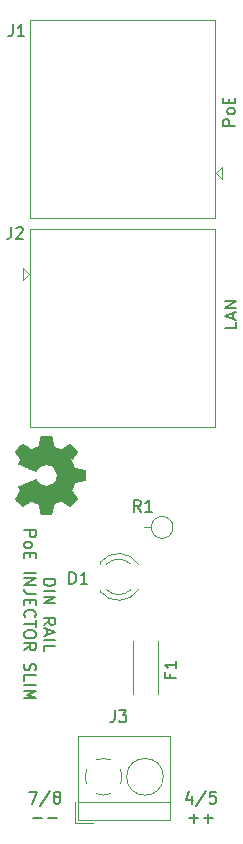
<source format=gbr>
G04 #@! TF.GenerationSoftware,KiCad,Pcbnew,5.1.5+dfsg1-2build2*
G04 #@! TF.CreationDate,2021-07-28T21:36:02-05:00*
G04 #@! TF.ProjectId,DIN_RAIL_POE_INJECTOR_SLIM,44494e5f-5241-4494-9c5f-504f455f494e,rev?*
G04 #@! TF.SameCoordinates,Original*
G04 #@! TF.FileFunction,Legend,Top*
G04 #@! TF.FilePolarity,Positive*
%FSLAX46Y46*%
G04 Gerber Fmt 4.6, Leading zero omitted, Abs format (unit mm)*
G04 Created by KiCad (PCBNEW 5.1.5+dfsg1-2build2) date 2021-07-28 21:36:02*
%MOMM*%
%LPD*%
G04 APERTURE LIST*
%ADD10C,0.150000*%
%ADD11C,0.010000*%
%ADD12C,0.120000*%
G04 APERTURE END LIST*
D10*
X112259619Y-148915809D02*
X113259619Y-148915809D01*
X113259619Y-149153904D01*
X113212000Y-149296761D01*
X113116761Y-149392000D01*
X113021523Y-149439619D01*
X112831047Y-149487238D01*
X112688190Y-149487238D01*
X112497714Y-149439619D01*
X112402476Y-149392000D01*
X112307238Y-149296761D01*
X112259619Y-149153904D01*
X112259619Y-148915809D01*
X112259619Y-149915809D02*
X113259619Y-149915809D01*
X112259619Y-150392000D02*
X113259619Y-150392000D01*
X112259619Y-150963428D01*
X113259619Y-150963428D01*
X112259619Y-152772952D02*
X112735809Y-152439619D01*
X112259619Y-152201523D02*
X113259619Y-152201523D01*
X113259619Y-152582476D01*
X113212000Y-152677714D01*
X113164380Y-152725333D01*
X113069142Y-152772952D01*
X112926285Y-152772952D01*
X112831047Y-152725333D01*
X112783428Y-152677714D01*
X112735809Y-152582476D01*
X112735809Y-152201523D01*
X112545333Y-153153904D02*
X112545333Y-153630095D01*
X112259619Y-153058666D02*
X113259619Y-153392000D01*
X112259619Y-153725333D01*
X112259619Y-154058666D02*
X113259619Y-154058666D01*
X112259619Y-155011047D02*
X112259619Y-154534857D01*
X113259619Y-154534857D01*
X110609619Y-144772952D02*
X111609619Y-144772952D01*
X111609619Y-145153904D01*
X111562000Y-145249142D01*
X111514380Y-145296761D01*
X111419142Y-145344380D01*
X111276285Y-145344380D01*
X111181047Y-145296761D01*
X111133428Y-145249142D01*
X111085809Y-145153904D01*
X111085809Y-144772952D01*
X110609619Y-145915809D02*
X110657238Y-145820571D01*
X110704857Y-145772952D01*
X110800095Y-145725333D01*
X111085809Y-145725333D01*
X111181047Y-145772952D01*
X111228666Y-145820571D01*
X111276285Y-145915809D01*
X111276285Y-146058666D01*
X111228666Y-146153904D01*
X111181047Y-146201523D01*
X111085809Y-146249142D01*
X110800095Y-146249142D01*
X110704857Y-146201523D01*
X110657238Y-146153904D01*
X110609619Y-146058666D01*
X110609619Y-145915809D01*
X111133428Y-146677714D02*
X111133428Y-147011047D01*
X110609619Y-147153904D02*
X110609619Y-146677714D01*
X111609619Y-146677714D01*
X111609619Y-147153904D01*
X110609619Y-148344380D02*
X111609619Y-148344380D01*
X110609619Y-148820571D02*
X111609619Y-148820571D01*
X110609619Y-149392000D01*
X111609619Y-149392000D01*
X111609619Y-150153904D02*
X110895333Y-150153904D01*
X110752476Y-150106285D01*
X110657238Y-150011047D01*
X110609619Y-149868190D01*
X110609619Y-149772952D01*
X111133428Y-150630095D02*
X111133428Y-150963428D01*
X110609619Y-151106285D02*
X110609619Y-150630095D01*
X111609619Y-150630095D01*
X111609619Y-151106285D01*
X110704857Y-152106285D02*
X110657238Y-152058666D01*
X110609619Y-151915809D01*
X110609619Y-151820571D01*
X110657238Y-151677714D01*
X110752476Y-151582476D01*
X110847714Y-151534857D01*
X111038190Y-151487238D01*
X111181047Y-151487238D01*
X111371523Y-151534857D01*
X111466761Y-151582476D01*
X111562000Y-151677714D01*
X111609619Y-151820571D01*
X111609619Y-151915809D01*
X111562000Y-152058666D01*
X111514380Y-152106285D01*
X111609619Y-152392000D02*
X111609619Y-152963428D01*
X110609619Y-152677714D02*
X111609619Y-152677714D01*
X111609619Y-153487238D02*
X111609619Y-153677714D01*
X111562000Y-153772952D01*
X111466761Y-153868190D01*
X111276285Y-153915809D01*
X110942952Y-153915809D01*
X110752476Y-153868190D01*
X110657238Y-153772952D01*
X110609619Y-153677714D01*
X110609619Y-153487238D01*
X110657238Y-153392000D01*
X110752476Y-153296761D01*
X110942952Y-153249142D01*
X111276285Y-153249142D01*
X111466761Y-153296761D01*
X111562000Y-153392000D01*
X111609619Y-153487238D01*
X110609619Y-154915809D02*
X111085809Y-154582476D01*
X110609619Y-154344380D02*
X111609619Y-154344380D01*
X111609619Y-154725333D01*
X111562000Y-154820571D01*
X111514380Y-154868190D01*
X111419142Y-154915809D01*
X111276285Y-154915809D01*
X111181047Y-154868190D01*
X111133428Y-154820571D01*
X111085809Y-154725333D01*
X111085809Y-154344380D01*
X110657238Y-156058666D02*
X110609619Y-156201523D01*
X110609619Y-156439619D01*
X110657238Y-156534857D01*
X110704857Y-156582476D01*
X110800095Y-156630095D01*
X110895333Y-156630095D01*
X110990571Y-156582476D01*
X111038190Y-156534857D01*
X111085809Y-156439619D01*
X111133428Y-156249142D01*
X111181047Y-156153904D01*
X111228666Y-156106285D01*
X111323904Y-156058666D01*
X111419142Y-156058666D01*
X111514380Y-156106285D01*
X111562000Y-156153904D01*
X111609619Y-156249142D01*
X111609619Y-156487238D01*
X111562000Y-156630095D01*
X110609619Y-157534857D02*
X110609619Y-157058666D01*
X111609619Y-157058666D01*
X110609619Y-157868190D02*
X111609619Y-157868190D01*
X110609619Y-158344380D02*
X111609619Y-158344380D01*
X110895333Y-158677714D01*
X111609619Y-159011047D01*
X110609619Y-159011047D01*
X124793476Y-167235714D02*
X124793476Y-167902380D01*
X124555380Y-166854761D02*
X124317285Y-167569047D01*
X124936333Y-167569047D01*
X126031571Y-166854761D02*
X125174428Y-168140476D01*
X126841095Y-166902380D02*
X126364904Y-166902380D01*
X126317285Y-167378571D01*
X126364904Y-167330952D01*
X126460142Y-167283333D01*
X126698238Y-167283333D01*
X126793476Y-167330952D01*
X126841095Y-167378571D01*
X126888714Y-167473809D01*
X126888714Y-167711904D01*
X126841095Y-167807142D01*
X126793476Y-167854761D01*
X126698238Y-167902380D01*
X126460142Y-167902380D01*
X126364904Y-167854761D01*
X126317285Y-167807142D01*
X124603000Y-169171428D02*
X125364904Y-169171428D01*
X124983952Y-169552380D02*
X124983952Y-168790476D01*
X125841095Y-169171428D02*
X126603000Y-169171428D01*
X126222047Y-169552380D02*
X126222047Y-168790476D01*
X128468380Y-110513666D02*
X127468380Y-110513666D01*
X127468380Y-110132714D01*
X127516000Y-110037476D01*
X127563619Y-109989857D01*
X127658857Y-109942238D01*
X127801714Y-109942238D01*
X127896952Y-109989857D01*
X127944571Y-110037476D01*
X127992190Y-110132714D01*
X127992190Y-110513666D01*
X128468380Y-109370809D02*
X128420761Y-109466047D01*
X128373142Y-109513666D01*
X128277904Y-109561285D01*
X127992190Y-109561285D01*
X127896952Y-109513666D01*
X127849333Y-109466047D01*
X127801714Y-109370809D01*
X127801714Y-109227952D01*
X127849333Y-109132714D01*
X127896952Y-109085095D01*
X127992190Y-109037476D01*
X128277904Y-109037476D01*
X128373142Y-109085095D01*
X128420761Y-109132714D01*
X128468380Y-109227952D01*
X128468380Y-109370809D01*
X127944571Y-108608904D02*
X127944571Y-108275571D01*
X128468380Y-108132714D02*
X128468380Y-108608904D01*
X127468380Y-108608904D01*
X127468380Y-108132714D01*
X128595380Y-127134857D02*
X128595380Y-127611047D01*
X127595380Y-127611047D01*
X128309666Y-126849142D02*
X128309666Y-126372952D01*
X128595380Y-126944380D02*
X127595380Y-126611047D01*
X128595380Y-126277714D01*
X128595380Y-125944380D02*
X127595380Y-125944380D01*
X128595380Y-125372952D01*
X127595380Y-125372952D01*
X111061666Y-166902380D02*
X111728333Y-166902380D01*
X111299761Y-167902380D01*
X112823571Y-166854761D02*
X111966428Y-168140476D01*
X113299761Y-167330952D02*
X113204523Y-167283333D01*
X113156904Y-167235714D01*
X113109285Y-167140476D01*
X113109285Y-167092857D01*
X113156904Y-166997619D01*
X113204523Y-166950000D01*
X113299761Y-166902380D01*
X113490238Y-166902380D01*
X113585476Y-166950000D01*
X113633095Y-166997619D01*
X113680714Y-167092857D01*
X113680714Y-167140476D01*
X113633095Y-167235714D01*
X113585476Y-167283333D01*
X113490238Y-167330952D01*
X113299761Y-167330952D01*
X113204523Y-167378571D01*
X113156904Y-167426190D01*
X113109285Y-167521428D01*
X113109285Y-167711904D01*
X113156904Y-167807142D01*
X113204523Y-167854761D01*
X113299761Y-167902380D01*
X113490238Y-167902380D01*
X113585476Y-167854761D01*
X113633095Y-167807142D01*
X113680714Y-167711904D01*
X113680714Y-167521428D01*
X113633095Y-167426190D01*
X113585476Y-167378571D01*
X113490238Y-167330952D01*
X111395000Y-169171428D02*
X112156904Y-169171428D01*
X112633095Y-169171428D02*
X113395000Y-169171428D01*
D11*
G36*
X115307069Y-140636814D02*
G01*
X114862445Y-140720635D01*
X114734947Y-141029920D01*
X114607449Y-141339206D01*
X114859754Y-141710246D01*
X114930004Y-141814157D01*
X114992728Y-141908087D01*
X115045062Y-141987652D01*
X115084143Y-142048470D01*
X115107107Y-142086157D01*
X115112058Y-142096421D01*
X115099324Y-142114910D01*
X115064118Y-142154420D01*
X115010938Y-142210522D01*
X114944282Y-142278787D01*
X114868646Y-142354786D01*
X114788528Y-142434092D01*
X114708426Y-142512275D01*
X114632836Y-142584907D01*
X114566255Y-142647559D01*
X114513182Y-142695803D01*
X114478113Y-142725210D01*
X114466377Y-142732241D01*
X114444740Y-142722123D01*
X114397338Y-142693759D01*
X114328807Y-142650129D01*
X114243785Y-142594218D01*
X114146907Y-142529006D01*
X114091650Y-142491219D01*
X113990752Y-142422343D01*
X113899701Y-142361140D01*
X113823030Y-142310578D01*
X113765272Y-142273628D01*
X113730957Y-142253258D01*
X113723746Y-142250197D01*
X113703252Y-142257136D01*
X113655487Y-142276051D01*
X113587168Y-142304087D01*
X113505011Y-142338391D01*
X113415730Y-142376109D01*
X113326042Y-142414387D01*
X113242662Y-142450370D01*
X113172306Y-142481206D01*
X113121690Y-142504039D01*
X113097529Y-142516017D01*
X113096578Y-142516724D01*
X113091964Y-142535531D01*
X113081672Y-142585618D01*
X113066713Y-142661793D01*
X113048099Y-142758865D01*
X113026841Y-142871643D01*
X113014582Y-142937442D01*
X112991638Y-143057950D01*
X112969805Y-143166797D01*
X112950278Y-143258476D01*
X112934252Y-143327481D01*
X112922921Y-143368304D01*
X112919326Y-143376511D01*
X112894994Y-143384548D01*
X112840041Y-143391033D01*
X112760892Y-143395970D01*
X112663974Y-143399364D01*
X112555713Y-143401218D01*
X112442535Y-143401538D01*
X112330865Y-143400327D01*
X112227132Y-143397590D01*
X112137759Y-143393331D01*
X112069174Y-143387555D01*
X112027803Y-143380267D01*
X112019190Y-143375895D01*
X112008867Y-143349764D01*
X111994108Y-143294393D01*
X111976648Y-143217107D01*
X111958220Y-143125230D01*
X111952259Y-143093158D01*
X111923934Y-142938524D01*
X111901124Y-142816375D01*
X111882920Y-142722673D01*
X111868417Y-142653384D01*
X111856708Y-142604471D01*
X111846885Y-142571897D01*
X111838044Y-142551628D01*
X111829276Y-142539626D01*
X111827543Y-142537947D01*
X111799629Y-142521184D01*
X111745305Y-142495614D01*
X111671223Y-142463788D01*
X111584035Y-142428260D01*
X111490392Y-142391583D01*
X111396948Y-142356311D01*
X111310353Y-142324996D01*
X111237260Y-142300193D01*
X111184322Y-142284454D01*
X111158189Y-142280332D01*
X111157274Y-142280676D01*
X111135914Y-142294641D01*
X111088916Y-142326322D01*
X111021173Y-142372391D01*
X110937577Y-142429518D01*
X110843018Y-142494373D01*
X110816146Y-142512843D01*
X110718725Y-142578699D01*
X110629837Y-142636650D01*
X110554588Y-142683538D01*
X110498080Y-142716207D01*
X110465419Y-142731500D01*
X110461407Y-142732241D01*
X110440316Y-142719392D01*
X110398536Y-142683888D01*
X110340555Y-142630293D01*
X110270865Y-142563171D01*
X110193955Y-142487087D01*
X110114317Y-142406604D01*
X110036439Y-142326287D01*
X109964814Y-142250699D01*
X109903930Y-142184405D01*
X109858279Y-142131969D01*
X109832350Y-142097955D01*
X109828117Y-142088545D01*
X109838088Y-142066643D01*
X109864980Y-142021800D01*
X109904264Y-141961321D01*
X109935883Y-141914789D01*
X109993902Y-141830475D01*
X110062216Y-141730626D01*
X110130421Y-141630473D01*
X110166925Y-141576627D01*
X110290200Y-141394371D01*
X110207480Y-141241381D01*
X110171241Y-141171682D01*
X110143074Y-141112414D01*
X110127009Y-141072311D01*
X110124774Y-141062103D01*
X110141278Y-141049829D01*
X110187918Y-141025613D01*
X110260391Y-140991263D01*
X110354394Y-140948588D01*
X110465626Y-140899394D01*
X110589785Y-140845490D01*
X110722568Y-140788684D01*
X110859673Y-140730782D01*
X110996798Y-140673593D01*
X111129642Y-140618924D01*
X111253902Y-140568584D01*
X111365275Y-140524380D01*
X111459461Y-140488119D01*
X111532156Y-140461609D01*
X111579059Y-140446658D01*
X111595167Y-140444254D01*
X111615714Y-140463311D01*
X111649067Y-140505036D01*
X111688298Y-140560706D01*
X111691401Y-140565378D01*
X111806577Y-140709264D01*
X111940947Y-140825283D01*
X112090216Y-140912430D01*
X112250087Y-140969699D01*
X112416263Y-140996086D01*
X112584448Y-140990585D01*
X112750345Y-140952190D01*
X112909658Y-140879895D01*
X112944513Y-140858626D01*
X113085263Y-140747996D01*
X113198286Y-140617302D01*
X113282997Y-140471064D01*
X113338806Y-140313808D01*
X113365126Y-140150057D01*
X113361370Y-139984333D01*
X113326950Y-139821162D01*
X113261277Y-139665065D01*
X113163765Y-139520567D01*
X113124187Y-139475869D01*
X113000297Y-139362112D01*
X112869876Y-139279218D01*
X112723685Y-139222356D01*
X112578912Y-139190687D01*
X112416140Y-139182869D01*
X112252560Y-139208938D01*
X112093702Y-139266245D01*
X111945094Y-139352144D01*
X111812265Y-139463986D01*
X111700744Y-139599123D01*
X111688989Y-139616883D01*
X111650492Y-139673150D01*
X111617137Y-139715923D01*
X111595840Y-139736372D01*
X111595167Y-139736669D01*
X111572129Y-139732279D01*
X111519843Y-139714876D01*
X111442610Y-139686268D01*
X111344732Y-139648265D01*
X111230509Y-139602674D01*
X111104242Y-139551303D01*
X110970233Y-139495962D01*
X110832782Y-139438458D01*
X110696192Y-139380601D01*
X110564763Y-139324198D01*
X110442795Y-139271058D01*
X110334591Y-139222990D01*
X110244451Y-139181801D01*
X110176677Y-139149301D01*
X110135570Y-139127297D01*
X110124774Y-139118436D01*
X110133181Y-139091360D01*
X110155728Y-139040697D01*
X110188387Y-138975183D01*
X110207480Y-138939159D01*
X110290200Y-138786168D01*
X110166925Y-138603912D01*
X110103772Y-138510875D01*
X110034273Y-138409015D01*
X109968835Y-138313562D01*
X109935883Y-138265750D01*
X109890727Y-138198505D01*
X109854943Y-138141564D01*
X109833062Y-138102354D01*
X109828437Y-138089619D01*
X109840915Y-138071083D01*
X109875748Y-138030059D01*
X109929322Y-137970525D01*
X109998017Y-137896458D01*
X110078219Y-137811835D01*
X110129714Y-137758315D01*
X110221714Y-137664681D01*
X110304001Y-137583759D01*
X110373055Y-137518823D01*
X110425356Y-137473142D01*
X110457384Y-137449989D01*
X110463884Y-137447768D01*
X110488606Y-137458076D01*
X110538595Y-137486561D01*
X110608788Y-137530063D01*
X110694125Y-137585423D01*
X110789544Y-137649480D01*
X110816146Y-137667697D01*
X110912833Y-137734073D01*
X110999883Y-137793622D01*
X111072405Y-137843016D01*
X111125507Y-137878925D01*
X111154297Y-137898019D01*
X111157274Y-137899864D01*
X111180218Y-137897105D01*
X111230664Y-137882462D01*
X111301959Y-137858487D01*
X111387453Y-137827734D01*
X111480493Y-137792756D01*
X111574426Y-137756107D01*
X111662601Y-137720339D01*
X111738366Y-137688006D01*
X111795069Y-137661662D01*
X111826057Y-137643858D01*
X111827543Y-137642593D01*
X111836399Y-137631706D01*
X111845157Y-137613318D01*
X111854723Y-137583394D01*
X111866004Y-137537897D01*
X111879907Y-137472791D01*
X111897337Y-137384039D01*
X111919202Y-137267607D01*
X111946409Y-137119458D01*
X111952259Y-137087382D01*
X111970626Y-136992314D01*
X111988595Y-136909435D01*
X112004431Y-136846070D01*
X112016400Y-136809542D01*
X112019190Y-136804644D01*
X112043928Y-136796573D01*
X112099210Y-136790013D01*
X112178611Y-136784967D01*
X112275704Y-136781441D01*
X112384062Y-136779439D01*
X112497260Y-136778964D01*
X112608872Y-136780023D01*
X112712471Y-136782618D01*
X112801632Y-136786754D01*
X112869928Y-136792437D01*
X112910934Y-136799669D01*
X112919326Y-136804029D01*
X112927792Y-136828302D01*
X112941565Y-136883574D01*
X112959450Y-136964338D01*
X112980252Y-137065088D01*
X113002777Y-137180317D01*
X113014582Y-137243098D01*
X113036849Y-137362213D01*
X113057021Y-137468435D01*
X113074085Y-137556573D01*
X113087031Y-137621434D01*
X113094845Y-137657826D01*
X113096578Y-137663816D01*
X113116110Y-137673939D01*
X113163157Y-137695338D01*
X113230997Y-137725161D01*
X113312909Y-137760555D01*
X113402172Y-137798668D01*
X113492065Y-137836647D01*
X113575865Y-137871640D01*
X113646853Y-137900794D01*
X113698306Y-137921257D01*
X113723503Y-137930177D01*
X113724604Y-137930343D01*
X113744481Y-137920231D01*
X113790223Y-137891883D01*
X113857283Y-137848277D01*
X113941116Y-137792394D01*
X114037174Y-137727213D01*
X114092350Y-137689321D01*
X114193519Y-137620275D01*
X114285370Y-137558950D01*
X114363256Y-137508337D01*
X114422531Y-137471429D01*
X114458549Y-137451218D01*
X114466623Y-137448299D01*
X114485416Y-137460847D01*
X114525543Y-137495537D01*
X114582507Y-137547937D01*
X114651815Y-137613616D01*
X114728969Y-137688144D01*
X114809475Y-137767087D01*
X114888837Y-137846017D01*
X114962560Y-137920500D01*
X115026148Y-137986106D01*
X115075106Y-138038404D01*
X115104939Y-138072961D01*
X115112058Y-138084522D01*
X115102047Y-138103346D01*
X115073922Y-138148369D01*
X115030546Y-138215213D01*
X114974782Y-138299501D01*
X114909494Y-138396856D01*
X114859754Y-138470293D01*
X114607449Y-138841333D01*
X114862445Y-139459905D01*
X115307069Y-139543725D01*
X115751693Y-139627546D01*
X115751693Y-140552994D01*
X115307069Y-140636814D01*
G37*
X115307069Y-140636814D02*
X114862445Y-140720635D01*
X114734947Y-141029920D01*
X114607449Y-141339206D01*
X114859754Y-141710246D01*
X114930004Y-141814157D01*
X114992728Y-141908087D01*
X115045062Y-141987652D01*
X115084143Y-142048470D01*
X115107107Y-142086157D01*
X115112058Y-142096421D01*
X115099324Y-142114910D01*
X115064118Y-142154420D01*
X115010938Y-142210522D01*
X114944282Y-142278787D01*
X114868646Y-142354786D01*
X114788528Y-142434092D01*
X114708426Y-142512275D01*
X114632836Y-142584907D01*
X114566255Y-142647559D01*
X114513182Y-142695803D01*
X114478113Y-142725210D01*
X114466377Y-142732241D01*
X114444740Y-142722123D01*
X114397338Y-142693759D01*
X114328807Y-142650129D01*
X114243785Y-142594218D01*
X114146907Y-142529006D01*
X114091650Y-142491219D01*
X113990752Y-142422343D01*
X113899701Y-142361140D01*
X113823030Y-142310578D01*
X113765272Y-142273628D01*
X113730957Y-142253258D01*
X113723746Y-142250197D01*
X113703252Y-142257136D01*
X113655487Y-142276051D01*
X113587168Y-142304087D01*
X113505011Y-142338391D01*
X113415730Y-142376109D01*
X113326042Y-142414387D01*
X113242662Y-142450370D01*
X113172306Y-142481206D01*
X113121690Y-142504039D01*
X113097529Y-142516017D01*
X113096578Y-142516724D01*
X113091964Y-142535531D01*
X113081672Y-142585618D01*
X113066713Y-142661793D01*
X113048099Y-142758865D01*
X113026841Y-142871643D01*
X113014582Y-142937442D01*
X112991638Y-143057950D01*
X112969805Y-143166797D01*
X112950278Y-143258476D01*
X112934252Y-143327481D01*
X112922921Y-143368304D01*
X112919326Y-143376511D01*
X112894994Y-143384548D01*
X112840041Y-143391033D01*
X112760892Y-143395970D01*
X112663974Y-143399364D01*
X112555713Y-143401218D01*
X112442535Y-143401538D01*
X112330865Y-143400327D01*
X112227132Y-143397590D01*
X112137759Y-143393331D01*
X112069174Y-143387555D01*
X112027803Y-143380267D01*
X112019190Y-143375895D01*
X112008867Y-143349764D01*
X111994108Y-143294393D01*
X111976648Y-143217107D01*
X111958220Y-143125230D01*
X111952259Y-143093158D01*
X111923934Y-142938524D01*
X111901124Y-142816375D01*
X111882920Y-142722673D01*
X111868417Y-142653384D01*
X111856708Y-142604471D01*
X111846885Y-142571897D01*
X111838044Y-142551628D01*
X111829276Y-142539626D01*
X111827543Y-142537947D01*
X111799629Y-142521184D01*
X111745305Y-142495614D01*
X111671223Y-142463788D01*
X111584035Y-142428260D01*
X111490392Y-142391583D01*
X111396948Y-142356311D01*
X111310353Y-142324996D01*
X111237260Y-142300193D01*
X111184322Y-142284454D01*
X111158189Y-142280332D01*
X111157274Y-142280676D01*
X111135914Y-142294641D01*
X111088916Y-142326322D01*
X111021173Y-142372391D01*
X110937577Y-142429518D01*
X110843018Y-142494373D01*
X110816146Y-142512843D01*
X110718725Y-142578699D01*
X110629837Y-142636650D01*
X110554588Y-142683538D01*
X110498080Y-142716207D01*
X110465419Y-142731500D01*
X110461407Y-142732241D01*
X110440316Y-142719392D01*
X110398536Y-142683888D01*
X110340555Y-142630293D01*
X110270865Y-142563171D01*
X110193955Y-142487087D01*
X110114317Y-142406604D01*
X110036439Y-142326287D01*
X109964814Y-142250699D01*
X109903930Y-142184405D01*
X109858279Y-142131969D01*
X109832350Y-142097955D01*
X109828117Y-142088545D01*
X109838088Y-142066643D01*
X109864980Y-142021800D01*
X109904264Y-141961321D01*
X109935883Y-141914789D01*
X109993902Y-141830475D01*
X110062216Y-141730626D01*
X110130421Y-141630473D01*
X110166925Y-141576627D01*
X110290200Y-141394371D01*
X110207480Y-141241381D01*
X110171241Y-141171682D01*
X110143074Y-141112414D01*
X110127009Y-141072311D01*
X110124774Y-141062103D01*
X110141278Y-141049829D01*
X110187918Y-141025613D01*
X110260391Y-140991263D01*
X110354394Y-140948588D01*
X110465626Y-140899394D01*
X110589785Y-140845490D01*
X110722568Y-140788684D01*
X110859673Y-140730782D01*
X110996798Y-140673593D01*
X111129642Y-140618924D01*
X111253902Y-140568584D01*
X111365275Y-140524380D01*
X111459461Y-140488119D01*
X111532156Y-140461609D01*
X111579059Y-140446658D01*
X111595167Y-140444254D01*
X111615714Y-140463311D01*
X111649067Y-140505036D01*
X111688298Y-140560706D01*
X111691401Y-140565378D01*
X111806577Y-140709264D01*
X111940947Y-140825283D01*
X112090216Y-140912430D01*
X112250087Y-140969699D01*
X112416263Y-140996086D01*
X112584448Y-140990585D01*
X112750345Y-140952190D01*
X112909658Y-140879895D01*
X112944513Y-140858626D01*
X113085263Y-140747996D01*
X113198286Y-140617302D01*
X113282997Y-140471064D01*
X113338806Y-140313808D01*
X113365126Y-140150057D01*
X113361370Y-139984333D01*
X113326950Y-139821162D01*
X113261277Y-139665065D01*
X113163765Y-139520567D01*
X113124187Y-139475869D01*
X113000297Y-139362112D01*
X112869876Y-139279218D01*
X112723685Y-139222356D01*
X112578912Y-139190687D01*
X112416140Y-139182869D01*
X112252560Y-139208938D01*
X112093702Y-139266245D01*
X111945094Y-139352144D01*
X111812265Y-139463986D01*
X111700744Y-139599123D01*
X111688989Y-139616883D01*
X111650492Y-139673150D01*
X111617137Y-139715923D01*
X111595840Y-139736372D01*
X111595167Y-139736669D01*
X111572129Y-139732279D01*
X111519843Y-139714876D01*
X111442610Y-139686268D01*
X111344732Y-139648265D01*
X111230509Y-139602674D01*
X111104242Y-139551303D01*
X110970233Y-139495962D01*
X110832782Y-139438458D01*
X110696192Y-139380601D01*
X110564763Y-139324198D01*
X110442795Y-139271058D01*
X110334591Y-139222990D01*
X110244451Y-139181801D01*
X110176677Y-139149301D01*
X110135570Y-139127297D01*
X110124774Y-139118436D01*
X110133181Y-139091360D01*
X110155728Y-139040697D01*
X110188387Y-138975183D01*
X110207480Y-138939159D01*
X110290200Y-138786168D01*
X110166925Y-138603912D01*
X110103772Y-138510875D01*
X110034273Y-138409015D01*
X109968835Y-138313562D01*
X109935883Y-138265750D01*
X109890727Y-138198505D01*
X109854943Y-138141564D01*
X109833062Y-138102354D01*
X109828437Y-138089619D01*
X109840915Y-138071083D01*
X109875748Y-138030059D01*
X109929322Y-137970525D01*
X109998017Y-137896458D01*
X110078219Y-137811835D01*
X110129714Y-137758315D01*
X110221714Y-137664681D01*
X110304001Y-137583759D01*
X110373055Y-137518823D01*
X110425356Y-137473142D01*
X110457384Y-137449989D01*
X110463884Y-137447768D01*
X110488606Y-137458076D01*
X110538595Y-137486561D01*
X110608788Y-137530063D01*
X110694125Y-137585423D01*
X110789544Y-137649480D01*
X110816146Y-137667697D01*
X110912833Y-137734073D01*
X110999883Y-137793622D01*
X111072405Y-137843016D01*
X111125507Y-137878925D01*
X111154297Y-137898019D01*
X111157274Y-137899864D01*
X111180218Y-137897105D01*
X111230664Y-137882462D01*
X111301959Y-137858487D01*
X111387453Y-137827734D01*
X111480493Y-137792756D01*
X111574426Y-137756107D01*
X111662601Y-137720339D01*
X111738366Y-137688006D01*
X111795069Y-137661662D01*
X111826057Y-137643858D01*
X111827543Y-137642593D01*
X111836399Y-137631706D01*
X111845157Y-137613318D01*
X111854723Y-137583394D01*
X111866004Y-137537897D01*
X111879907Y-137472791D01*
X111897337Y-137384039D01*
X111919202Y-137267607D01*
X111946409Y-137119458D01*
X111952259Y-137087382D01*
X111970626Y-136992314D01*
X111988595Y-136909435D01*
X112004431Y-136846070D01*
X112016400Y-136809542D01*
X112019190Y-136804644D01*
X112043928Y-136796573D01*
X112099210Y-136790013D01*
X112178611Y-136784967D01*
X112275704Y-136781441D01*
X112384062Y-136779439D01*
X112497260Y-136778964D01*
X112608872Y-136780023D01*
X112712471Y-136782618D01*
X112801632Y-136786754D01*
X112869928Y-136792437D01*
X112910934Y-136799669D01*
X112919326Y-136804029D01*
X112927792Y-136828302D01*
X112941565Y-136883574D01*
X112959450Y-136964338D01*
X112980252Y-137065088D01*
X113002777Y-137180317D01*
X113014582Y-137243098D01*
X113036849Y-137362213D01*
X113057021Y-137468435D01*
X113074085Y-137556573D01*
X113087031Y-137621434D01*
X113094845Y-137657826D01*
X113096578Y-137663816D01*
X113116110Y-137673939D01*
X113163157Y-137695338D01*
X113230997Y-137725161D01*
X113312909Y-137760555D01*
X113402172Y-137798668D01*
X113492065Y-137836647D01*
X113575865Y-137871640D01*
X113646853Y-137900794D01*
X113698306Y-137921257D01*
X113723503Y-137930177D01*
X113724604Y-137930343D01*
X113744481Y-137920231D01*
X113790223Y-137891883D01*
X113857283Y-137848277D01*
X113941116Y-137792394D01*
X114037174Y-137727213D01*
X114092350Y-137689321D01*
X114193519Y-137620275D01*
X114285370Y-137558950D01*
X114363256Y-137508337D01*
X114422531Y-137471429D01*
X114458549Y-137451218D01*
X114466623Y-137448299D01*
X114485416Y-137460847D01*
X114525543Y-137495537D01*
X114582507Y-137547937D01*
X114651815Y-137613616D01*
X114728969Y-137688144D01*
X114809475Y-137767087D01*
X114888837Y-137846017D01*
X114962560Y-137920500D01*
X115026148Y-137986106D01*
X115075106Y-138038404D01*
X115104939Y-138072961D01*
X115112058Y-138084522D01*
X115102047Y-138103346D01*
X115073922Y-138148369D01*
X115030546Y-138215213D01*
X114974782Y-138299501D01*
X114909494Y-138396856D01*
X114859754Y-138470293D01*
X114607449Y-138841333D01*
X114862445Y-139459905D01*
X115307069Y-139543725D01*
X115751693Y-139627546D01*
X115751693Y-140552994D01*
X115307069Y-140636814D01*
D12*
X110500000Y-123547000D02*
X111000000Y-123047000D01*
X110500000Y-122547000D02*
X110500000Y-123547000D01*
X111000000Y-123047000D02*
X110500000Y-122547000D01*
X126800000Y-119257000D02*
X111080000Y-119257000D01*
X111080000Y-119257000D02*
X111080000Y-135997000D01*
X126810000Y-119257000D02*
X126810000Y-135997000D01*
X126810000Y-135997000D02*
X111080000Y-135997000D01*
X121959000Y-154107000D02*
X121974000Y-154107000D01*
X119834000Y-154107000D02*
X119849000Y-154107000D01*
X121959000Y-158647000D02*
X121974000Y-158647000D01*
X119834000Y-158647000D02*
X119849000Y-158647000D01*
X121974000Y-158647000D02*
X121974000Y-154107000D01*
X119834000Y-158647000D02*
X119834000Y-154107000D01*
X121381000Y-144526000D02*
X120761000Y-144526000D01*
X123221000Y-144526000D02*
G75*
G03X123221000Y-144526000I-920000J0D01*
G01*
X117058000Y-149797000D02*
X117058000Y-149953000D01*
X117058000Y-147481000D02*
X117058000Y-147637000D01*
X119659130Y-149796837D02*
G75*
G02X117577039Y-149797000I-1041130J1079837D01*
G01*
X119659130Y-147637163D02*
G75*
G03X117577039Y-147637000I-1041130J-1079837D01*
G01*
X120290335Y-149795608D02*
G75*
G02X117058000Y-149952516I-1672335J1078608D01*
G01*
X120290335Y-147638392D02*
G75*
G03X117058000Y-147481484I-1672335J-1078608D01*
G01*
X114948000Y-169540000D02*
X116448000Y-169540000D01*
X114948000Y-167800000D02*
X114948000Y-169540000D01*
X123008000Y-162180000D02*
X123008000Y-169300000D01*
X115188000Y-162180000D02*
X115188000Y-169300000D01*
X115188000Y-169300000D02*
X123008000Y-169300000D01*
X115188000Y-162180000D02*
X123008000Y-162180000D01*
X115188000Y-167740000D02*
X123008000Y-167740000D01*
X122403000Y-165640000D02*
G75*
G03X122403000Y-165640000I-1555000J0D01*
G01*
X117375011Y-167195492D02*
G75*
G02X116740000Y-167072000I-27011J1555492D01*
G01*
X115915891Y-166247742D02*
G75*
G02X115916000Y-165032000I1432109J607742D01*
G01*
X116740258Y-164207891D02*
G75*
G02X117956000Y-164208000I607742J-1432109D01*
G01*
X118780109Y-165032258D02*
G75*
G02X118780000Y-166248000I-1432109J-607742D01*
G01*
X117955587Y-167071385D02*
G75*
G02X117348000Y-167195000I-607587J1431385D01*
G01*
X127390000Y-114038000D02*
X126890000Y-114538000D01*
X127390000Y-115038000D02*
X127390000Y-114038000D01*
X126890000Y-114538000D02*
X127390000Y-115038000D01*
X111090000Y-118328000D02*
X126810000Y-118328000D01*
X126810000Y-118328000D02*
X126810000Y-101588000D01*
X111080000Y-118328000D02*
X111080000Y-101588000D01*
X111080000Y-101588000D02*
X126810000Y-101588000D01*
D10*
X109521666Y-119086380D02*
X109521666Y-119800666D01*
X109474047Y-119943523D01*
X109378809Y-120038761D01*
X109235952Y-120086380D01*
X109140714Y-120086380D01*
X109950238Y-119181619D02*
X109997857Y-119134000D01*
X110093095Y-119086380D01*
X110331190Y-119086380D01*
X110426428Y-119134000D01*
X110474047Y-119181619D01*
X110521666Y-119276857D01*
X110521666Y-119372095D01*
X110474047Y-119514952D01*
X109902619Y-120086380D01*
X110521666Y-120086380D01*
X122991571Y-156924333D02*
X122991571Y-157257666D01*
X123515380Y-157257666D02*
X122515380Y-157257666D01*
X122515380Y-156781476D01*
X123515380Y-155876714D02*
X123515380Y-156448142D01*
X123515380Y-156162428D02*
X122515380Y-156162428D01*
X122658238Y-156257666D01*
X122753476Y-156352904D01*
X122801095Y-156448142D01*
X120483333Y-143200380D02*
X120150000Y-142724190D01*
X119911904Y-143200380D02*
X119911904Y-142200380D01*
X120292857Y-142200380D01*
X120388095Y-142248000D01*
X120435714Y-142295619D01*
X120483333Y-142390857D01*
X120483333Y-142533714D01*
X120435714Y-142628952D01*
X120388095Y-142676571D01*
X120292857Y-142724190D01*
X119911904Y-142724190D01*
X121435714Y-143200380D02*
X120864285Y-143200380D01*
X121150000Y-143200380D02*
X121150000Y-142200380D01*
X121054761Y-142343238D01*
X120959523Y-142438476D01*
X120864285Y-142486095D01*
X114450904Y-149296380D02*
X114450904Y-148296380D01*
X114689000Y-148296380D01*
X114831857Y-148344000D01*
X114927095Y-148439238D01*
X114974714Y-148534476D01*
X115022333Y-148724952D01*
X115022333Y-148867809D01*
X114974714Y-149058285D01*
X114927095Y-149153523D01*
X114831857Y-149248761D01*
X114689000Y-149296380D01*
X114450904Y-149296380D01*
X115974714Y-149296380D02*
X115403285Y-149296380D01*
X115689000Y-149296380D02*
X115689000Y-148296380D01*
X115593761Y-148439238D01*
X115498523Y-148534476D01*
X115403285Y-148582095D01*
X118284666Y-160012380D02*
X118284666Y-160726666D01*
X118237047Y-160869523D01*
X118141809Y-160964761D01*
X117998952Y-161012380D01*
X117903714Y-161012380D01*
X118665619Y-160012380D02*
X119284666Y-160012380D01*
X118951333Y-160393333D01*
X119094190Y-160393333D01*
X119189428Y-160440952D01*
X119237047Y-160488571D01*
X119284666Y-160583809D01*
X119284666Y-160821904D01*
X119237047Y-160917142D01*
X119189428Y-160964761D01*
X119094190Y-161012380D01*
X118808476Y-161012380D01*
X118713238Y-160964761D01*
X118665619Y-160917142D01*
X109648666Y-101941380D02*
X109648666Y-102655666D01*
X109601047Y-102798523D01*
X109505809Y-102893761D01*
X109362952Y-102941380D01*
X109267714Y-102941380D01*
X110648666Y-102941380D02*
X110077238Y-102941380D01*
X110362952Y-102941380D02*
X110362952Y-101941380D01*
X110267714Y-102084238D01*
X110172476Y-102179476D01*
X110077238Y-102227095D01*
M02*

</source>
